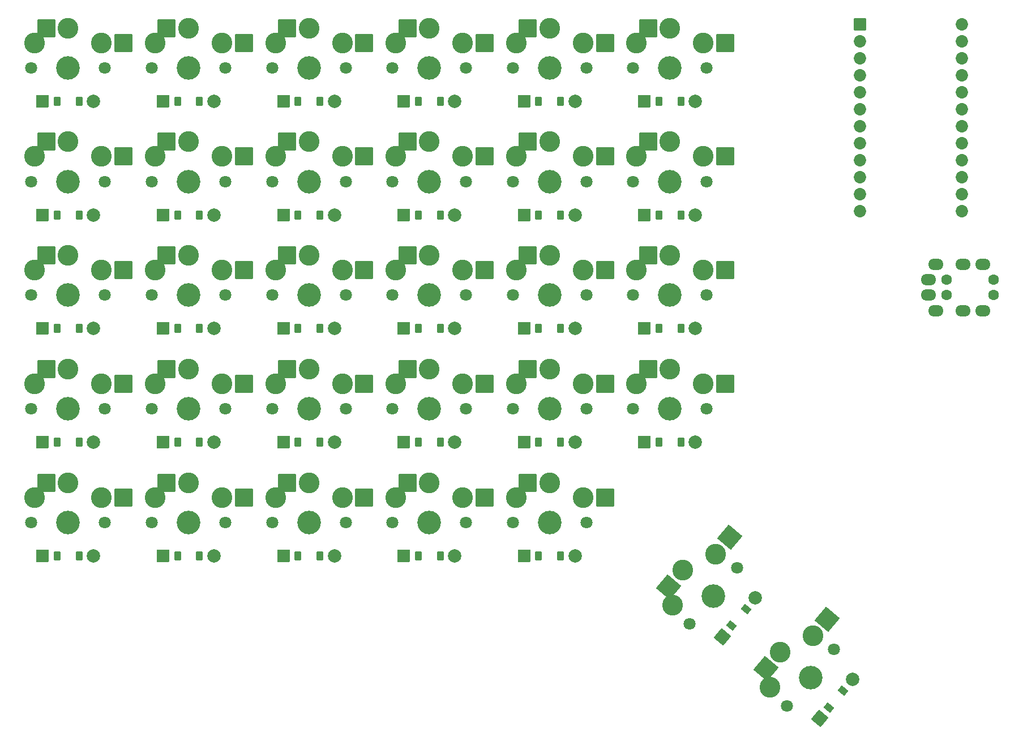
<source format=gbr>
%TF.GenerationSoftware,KiCad,Pcbnew,7.0.7-2.fc38*%
%TF.CreationDate,2023-08-26T22:07:58+08:00*%
%TF.ProjectId,split_keyboard_I,73706c69-745f-46b6-9579-626f6172645f,v1.0.0*%
%TF.SameCoordinates,Original*%
%TF.FileFunction,Soldermask,Bot*%
%TF.FilePolarity,Negative*%
%FSLAX46Y46*%
G04 Gerber Fmt 4.6, Leading zero omitted, Abs format (unit mm)*
G04 Created by KiCad (PCBNEW 7.0.7-2.fc38) date 2023-08-26 22:07:58*
%MOMM*%
%LPD*%
G01*
G04 APERTURE LIST*
G04 Aperture macros list*
%AMRoundRect*
0 Rectangle with rounded corners*
0 $1 Rounding radius*
0 $2 $3 $4 $5 $6 $7 $8 $9 X,Y pos of 4 corners*
0 Add a 4 corners polygon primitive as box body*
4,1,4,$2,$3,$4,$5,$6,$7,$8,$9,$2,$3,0*
0 Add four circle primitives for the rounded corners*
1,1,$1+$1,$2,$3*
1,1,$1+$1,$4,$5*
1,1,$1+$1,$6,$7*
1,1,$1+$1,$8,$9*
0 Add four rect primitives between the rounded corners*
20,1,$1+$1,$2,$3,$4,$5,0*
20,1,$1+$1,$4,$5,$6,$7,0*
20,1,$1+$1,$6,$7,$8,$9,0*
20,1,$1+$1,$8,$9,$2,$3,0*%
G04 Aperture macros list end*
%ADD10C,1.801800*%
%ADD11C,3.100000*%
%ADD12C,3.529000*%
%ADD13RoundRect,0.050000X-1.300000X-1.300000X1.300000X-1.300000X1.300000X1.300000X-1.300000X1.300000X0*%
%ADD14RoundRect,0.050000X-0.889000X-0.889000X0.889000X-0.889000X0.889000X0.889000X-0.889000X0.889000X0*%
%ADD15RoundRect,0.050000X-0.450000X-0.600000X0.450000X-0.600000X0.450000X0.600000X-0.450000X0.600000X0*%
%ADD16C,2.005000*%
%ADD17RoundRect,0.050000X0.160234X-1.831482X1.831482X0.160234X-0.160234X1.831482X-1.831482X-0.160234X0*%
%ADD18C,1.600000*%
%ADD19O,2.300000X1.700000*%
%ADD20RoundRect,0.050000X0.109575X-1.252452X1.252452X0.109575X-0.109575X1.252452X-1.252452X-0.109575X0*%
%ADD21RoundRect,0.050000X0.170372X-0.730393X0.748881X-0.040953X-0.170372X0.730393X-0.748881X0.040953X0*%
%ADD22RoundRect,0.050000X-0.876300X0.876300X-0.876300X-0.876300X0.876300X-0.876300X0.876300X0.876300X0*%
%ADD23C,1.852600*%
G04 APERTURE END LIST*
D10*
%TO.C,S12*%
X180500000Y-133000000D03*
D11*
X181000000Y-129250000D03*
X186000000Y-127050000D03*
X186000000Y-127050000D03*
D12*
X186000000Y-133000000D03*
D11*
X191000000Y-129250000D03*
D10*
X191500000Y-133000000D03*
D13*
X182725000Y-127050000D03*
X194275000Y-129250000D03*
%TD*%
D10*
%TO.C,S27*%
X234500000Y-116000000D03*
D11*
X235000000Y-112250000D03*
X240000000Y-110050000D03*
X240000000Y-110050000D03*
D12*
X240000000Y-116000000D03*
D11*
X245000000Y-112250000D03*
D10*
X245500000Y-116000000D03*
D13*
X236725000Y-110050000D03*
X248275000Y-112250000D03*
%TD*%
D10*
%TO.C,S15*%
X180500000Y-82000000D03*
D11*
X181000000Y-78250000D03*
X186000000Y-76050000D03*
X186000000Y-76050000D03*
D12*
X186000000Y-82000000D03*
D11*
X191000000Y-78250000D03*
D10*
X191500000Y-82000000D03*
D13*
X182725000Y-76050000D03*
X194275000Y-78250000D03*
%TD*%
D14*
%TO.C,D27*%
X236190000Y-121000000D03*
D15*
X238350000Y-121000000D03*
X241650000Y-121000000D03*
D16*
X243810000Y-121000000D03*
%TD*%
D14*
%TO.C,D2*%
X146190000Y-138000000D03*
D15*
X148350000Y-138000000D03*
X151650000Y-138000000D03*
D16*
X153810000Y-138000000D03*
%TD*%
D14*
%TO.C,D23*%
X218190000Y-121000000D03*
D15*
X220350000Y-121000000D03*
X223650000Y-121000000D03*
D16*
X225810000Y-121000000D03*
%TD*%
D14*
%TO.C,D28*%
X236190000Y-104000000D03*
D15*
X238350000Y-104000000D03*
X241650000Y-104000000D03*
D16*
X243810000Y-104000000D03*
%TD*%
D14*
%TO.C,D10*%
X164190000Y-87000000D03*
D15*
X166350000Y-87000000D03*
X169650000Y-87000000D03*
D16*
X171810000Y-87000000D03*
%TD*%
D10*
%TO.C,S18*%
X198500000Y-116000000D03*
D11*
X199000000Y-112250000D03*
X204000000Y-110050000D03*
X204000000Y-110050000D03*
D12*
X204000000Y-116000000D03*
D11*
X209000000Y-112250000D03*
D10*
X209500000Y-116000000D03*
D13*
X200725000Y-110050000D03*
X212275000Y-112250000D03*
%TD*%
D14*
%TO.C,D20*%
X200190000Y-87000000D03*
D15*
X202350000Y-87000000D03*
X205650000Y-87000000D03*
D16*
X207810000Y-87000000D03*
%TD*%
D10*
%TO.C,S6*%
X162500000Y-150000000D03*
D11*
X163000000Y-146250000D03*
X168000000Y-144050000D03*
X168000000Y-144050000D03*
D12*
X168000000Y-150000000D03*
D11*
X173000000Y-146250000D03*
D10*
X173500000Y-150000000D03*
D13*
X164725000Y-144050000D03*
X176275000Y-146250000D03*
%TD*%
D10*
%TO.C,S30*%
X242929841Y-165187714D03*
D11*
X240378568Y-162394239D03*
X241907209Y-157149884D03*
X241907209Y-157149884D03*
D12*
X246465173Y-160974470D03*
D11*
X246806444Y-154733794D03*
D10*
X250000505Y-156761226D03*
D17*
X239802079Y-159658679D03*
X248911574Y-152224999D03*
%TD*%
D10*
%TO.C,S31*%
X257484686Y-177400679D03*
D11*
X254933413Y-174607204D03*
X256462054Y-169362849D03*
X256462054Y-169362849D03*
D12*
X261020018Y-173187435D03*
D11*
X261361289Y-166946759D03*
D10*
X264555350Y-168974191D03*
D17*
X254356924Y-171871644D03*
X263466419Y-164437964D03*
%TD*%
D14*
%TO.C,D15*%
X182190000Y-87000000D03*
D15*
X184350000Y-87000000D03*
X187650000Y-87000000D03*
D16*
X189810000Y-87000000D03*
%TD*%
D14*
%TO.C,D24*%
X218190000Y-104000000D03*
D15*
X220350000Y-104000000D03*
X223650000Y-104000000D03*
D16*
X225810000Y-104000000D03*
%TD*%
D10*
%TO.C,S16*%
X198500000Y-150000000D03*
D11*
X199000000Y-146250000D03*
X204000000Y-144050000D03*
X204000000Y-144050000D03*
D12*
X204000000Y-150000000D03*
D11*
X209000000Y-146250000D03*
D10*
X209500000Y-150000000D03*
D13*
X200725000Y-144050000D03*
X212275000Y-146250000D03*
%TD*%
D14*
%TO.C,D6*%
X164190000Y-155000000D03*
D15*
X166350000Y-155000000D03*
X169650000Y-155000000D03*
D16*
X171810000Y-155000000D03*
%TD*%
D10*
%TO.C,S8*%
X162500000Y-116000000D03*
D11*
X163000000Y-112250000D03*
X168000000Y-110050000D03*
X168000000Y-110050000D03*
D12*
X168000000Y-116000000D03*
D11*
X173000000Y-112250000D03*
D10*
X173500000Y-116000000D03*
D13*
X164725000Y-110050000D03*
X176275000Y-112250000D03*
%TD*%
D18*
%TO.C,TRRS1*%
X288400000Y-113700000D03*
X281400000Y-113700000D03*
X288400000Y-116000000D03*
X281400000Y-116000000D03*
D19*
X278700000Y-113700000D03*
X278700000Y-116000000D03*
X279800000Y-111400000D03*
X279800000Y-118300000D03*
X283800000Y-111400000D03*
X283800000Y-118300000D03*
X286800000Y-111400000D03*
X286800000Y-118300000D03*
%TD*%
D10*
%TO.C,S5*%
X144500000Y-82000000D03*
D11*
X145000000Y-78250000D03*
X150000000Y-76050000D03*
X150000000Y-76050000D03*
D12*
X150000000Y-82000000D03*
D11*
X155000000Y-78250000D03*
D10*
X155500000Y-82000000D03*
D13*
X146725000Y-76050000D03*
X158275000Y-78250000D03*
%TD*%
D10*
%TO.C,S20*%
X198500000Y-82000000D03*
D11*
X199000000Y-78250000D03*
X204000000Y-76050000D03*
X204000000Y-76050000D03*
D12*
X204000000Y-82000000D03*
D11*
X209000000Y-78250000D03*
D10*
X209500000Y-82000000D03*
D13*
X200725000Y-76050000D03*
X212275000Y-78250000D03*
%TD*%
D10*
%TO.C,S25*%
X216500000Y-82000000D03*
D11*
X217000000Y-78250000D03*
X222000000Y-76050000D03*
X222000000Y-76050000D03*
D12*
X222000000Y-82000000D03*
D11*
X227000000Y-78250000D03*
D10*
X227500000Y-82000000D03*
D13*
X218725000Y-76050000D03*
X230275000Y-78250000D03*
%TD*%
D10*
%TO.C,S14*%
X180500000Y-99000000D03*
D11*
X181000000Y-95250000D03*
X186000000Y-93050000D03*
X186000000Y-93050000D03*
D12*
X186000000Y-99000000D03*
D11*
X191000000Y-95250000D03*
D10*
X191500000Y-99000000D03*
D13*
X182725000Y-93050000D03*
X194275000Y-95250000D03*
%TD*%
D10*
%TO.C,S21*%
X216500000Y-150000000D03*
D11*
X217000000Y-146250000D03*
X222000000Y-144050000D03*
X222000000Y-144050000D03*
D12*
X222000000Y-150000000D03*
D11*
X227000000Y-146250000D03*
D10*
X227500000Y-150000000D03*
D13*
X218725000Y-144050000D03*
X230275000Y-146250000D03*
%TD*%
D10*
%TO.C,S29*%
X234500000Y-82000000D03*
D11*
X235000000Y-78250000D03*
X240000000Y-76050000D03*
X240000000Y-76050000D03*
D12*
X240000000Y-82000000D03*
D11*
X245000000Y-78250000D03*
D10*
X245500000Y-82000000D03*
D13*
X236725000Y-76050000D03*
X248275000Y-78250000D03*
%TD*%
D14*
%TO.C,D7*%
X164190000Y-138000000D03*
D15*
X166350000Y-138000000D03*
X169650000Y-138000000D03*
D16*
X171810000Y-138000000D03*
%TD*%
D10*
%TO.C,S7*%
X162500000Y-133000000D03*
D11*
X163000000Y-129250000D03*
X168000000Y-127050000D03*
X168000000Y-127050000D03*
D12*
X168000000Y-133000000D03*
D11*
X173000000Y-129250000D03*
D10*
X173500000Y-133000000D03*
D13*
X164725000Y-127050000D03*
X176275000Y-129250000D03*
%TD*%
D14*
%TO.C,D11*%
X182190000Y-155000000D03*
D15*
X184350000Y-155000000D03*
X187650000Y-155000000D03*
D16*
X189810000Y-155000000D03*
%TD*%
D14*
%TO.C,D1*%
X146190000Y-155000000D03*
D15*
X148350000Y-155000000D03*
X151650000Y-155000000D03*
D16*
X153810000Y-155000000D03*
%TD*%
D10*
%TO.C,S4*%
X144500000Y-99000000D03*
D11*
X145000000Y-95250000D03*
X150000000Y-93050000D03*
X150000000Y-93050000D03*
D12*
X150000000Y-99000000D03*
D11*
X155000000Y-95250000D03*
D10*
X155500000Y-99000000D03*
D13*
X146725000Y-93050000D03*
X158275000Y-95250000D03*
%TD*%
D14*
%TO.C,D25*%
X218190000Y-87000000D03*
D15*
X220350000Y-87000000D03*
X223650000Y-87000000D03*
D16*
X225810000Y-87000000D03*
%TD*%
D20*
%TO.C,D30*%
X247846374Y-167107037D03*
D21*
X249234795Y-165452381D03*
X251355995Y-162924435D03*
D16*
X252744416Y-161269779D03*
%TD*%
D10*
%TO.C,S26*%
X234500000Y-133000000D03*
D11*
X235000000Y-129250000D03*
X240000000Y-127050000D03*
X240000000Y-127050000D03*
D12*
X240000000Y-133000000D03*
D11*
X245000000Y-129250000D03*
D10*
X245500000Y-133000000D03*
D13*
X236725000Y-127050000D03*
X248275000Y-129250000D03*
%TD*%
D14*
%TO.C,D8*%
X164190000Y-121000000D03*
D15*
X166350000Y-121000000D03*
X169650000Y-121000000D03*
D16*
X171810000Y-121000000D03*
%TD*%
D10*
%TO.C,S3*%
X144500000Y-116000000D03*
D11*
X145000000Y-112250000D03*
X150000000Y-110050000D03*
X150000000Y-110050000D03*
D12*
X150000000Y-116000000D03*
D11*
X155000000Y-112250000D03*
D10*
X155500000Y-116000000D03*
D13*
X146725000Y-110050000D03*
X158275000Y-112250000D03*
%TD*%
D10*
%TO.C,S2*%
X144500000Y-133000000D03*
D11*
X145000000Y-129250000D03*
X150000000Y-127050000D03*
X150000000Y-127050000D03*
D12*
X150000000Y-133000000D03*
D11*
X155000000Y-129250000D03*
D10*
X155500000Y-133000000D03*
D13*
X146725000Y-127050000D03*
X158275000Y-129250000D03*
%TD*%
D10*
%TO.C,S23*%
X216500000Y-116000000D03*
D11*
X217000000Y-112250000D03*
X222000000Y-110050000D03*
X222000000Y-110050000D03*
D12*
X222000000Y-116000000D03*
D11*
X227000000Y-112250000D03*
D10*
X227500000Y-116000000D03*
D13*
X218725000Y-110050000D03*
X230275000Y-112250000D03*
%TD*%
D14*
%TO.C,D3*%
X146190000Y-121000000D03*
D15*
X148350000Y-121000000D03*
X151650000Y-121000000D03*
D16*
X153810000Y-121000000D03*
%TD*%
D20*
%TO.C,D31*%
X262401219Y-179320002D03*
D21*
X263789640Y-177665346D03*
X265910840Y-175137400D03*
D16*
X267299261Y-173482744D03*
%TD*%
D14*
%TO.C,D16*%
X200190000Y-155000000D03*
D15*
X202350000Y-155000000D03*
X205650000Y-155000000D03*
D16*
X207810000Y-155000000D03*
%TD*%
D14*
%TO.C,D14*%
X182190000Y-104000000D03*
D15*
X184350000Y-104000000D03*
X187650000Y-104000000D03*
D16*
X189810000Y-104000000D03*
%TD*%
D10*
%TO.C,S1*%
X144500000Y-150000000D03*
D11*
X145000000Y-146250000D03*
X150000000Y-144050000D03*
X150000000Y-144050000D03*
D12*
X150000000Y-150000000D03*
D11*
X155000000Y-146250000D03*
D10*
X155500000Y-150000000D03*
D13*
X146725000Y-144050000D03*
X158275000Y-146250000D03*
%TD*%
D10*
%TO.C,S13*%
X180500000Y-116000000D03*
D11*
X181000000Y-112250000D03*
X186000000Y-110050000D03*
X186000000Y-110050000D03*
D12*
X186000000Y-116000000D03*
D11*
X191000000Y-112250000D03*
D10*
X191500000Y-116000000D03*
D13*
X182725000Y-110050000D03*
X194275000Y-112250000D03*
%TD*%
D10*
%TO.C,S11*%
X180500000Y-150000000D03*
D11*
X181000000Y-146250000D03*
X186000000Y-144050000D03*
X186000000Y-144050000D03*
D12*
X186000000Y-150000000D03*
D11*
X191000000Y-146250000D03*
D10*
X191500000Y-150000000D03*
D13*
X182725000Y-144050000D03*
X194275000Y-146250000D03*
%TD*%
D10*
%TO.C,S9*%
X162500000Y-99000000D03*
D11*
X163000000Y-95250000D03*
X168000000Y-93050000D03*
X168000000Y-93050000D03*
D12*
X168000000Y-99000000D03*
D11*
X173000000Y-95250000D03*
D10*
X173500000Y-99000000D03*
D13*
X164725000Y-93050000D03*
X176275000Y-95250000D03*
%TD*%
D14*
%TO.C,D29*%
X236190000Y-87000000D03*
D15*
X238350000Y-87000000D03*
X241650000Y-87000000D03*
D16*
X243810000Y-87000000D03*
%TD*%
D14*
%TO.C,D4*%
X146190000Y-104000000D03*
D15*
X148350000Y-104000000D03*
X151650000Y-104000000D03*
D16*
X153810000Y-104000000D03*
%TD*%
D14*
%TO.C,D5*%
X146190000Y-87000000D03*
D15*
X148350000Y-87000000D03*
X151650000Y-87000000D03*
D16*
X153810000Y-87000000D03*
%TD*%
D22*
%TO.C,MCU1*%
X268380000Y-75530000D03*
D23*
X268380000Y-78070000D03*
X268380000Y-80610000D03*
X268380000Y-83150000D03*
X268380000Y-85690000D03*
X268380000Y-88230000D03*
X268380000Y-90770000D03*
X268380000Y-93310000D03*
X268380000Y-95850000D03*
X268380000Y-98390000D03*
X268380000Y-100930000D03*
X268380000Y-103470000D03*
X283620000Y-75530000D03*
X283620000Y-78070000D03*
X283620000Y-80610000D03*
X283620000Y-83150000D03*
X283620000Y-85690000D03*
X283620000Y-88230000D03*
X283620000Y-90770000D03*
X283620000Y-93310000D03*
X283620000Y-95850000D03*
X283620000Y-98390000D03*
X283620000Y-100930000D03*
X283620000Y-103470000D03*
%TD*%
D10*
%TO.C,S10*%
X162500000Y-82000000D03*
D11*
X163000000Y-78250000D03*
X168000000Y-76050000D03*
X168000000Y-76050000D03*
D12*
X168000000Y-82000000D03*
D11*
X173000000Y-78250000D03*
D10*
X173500000Y-82000000D03*
D13*
X164725000Y-76050000D03*
X176275000Y-78250000D03*
%TD*%
D10*
%TO.C,S19*%
X198500000Y-99000000D03*
D11*
X199000000Y-95250000D03*
X204000000Y-93050000D03*
X204000000Y-93050000D03*
D12*
X204000000Y-99000000D03*
D11*
X209000000Y-95250000D03*
D10*
X209500000Y-99000000D03*
D13*
X200725000Y-93050000D03*
X212275000Y-95250000D03*
%TD*%
D10*
%TO.C,S22*%
X216500000Y-133000000D03*
D11*
X217000000Y-129250000D03*
X222000000Y-127050000D03*
X222000000Y-127050000D03*
D12*
X222000000Y-133000000D03*
D11*
X227000000Y-129250000D03*
D10*
X227500000Y-133000000D03*
D13*
X218725000Y-127050000D03*
X230275000Y-129250000D03*
%TD*%
D14*
%TO.C,D9*%
X164190000Y-104000000D03*
D15*
X166350000Y-104000000D03*
X169650000Y-104000000D03*
D16*
X171810000Y-104000000D03*
%TD*%
D10*
%TO.C,S17*%
X198500000Y-133000000D03*
D11*
X199000000Y-129250000D03*
X204000000Y-127050000D03*
X204000000Y-127050000D03*
D12*
X204000000Y-133000000D03*
D11*
X209000000Y-129250000D03*
D10*
X209500000Y-133000000D03*
D13*
X200725000Y-127050000D03*
X212275000Y-129250000D03*
%TD*%
D14*
%TO.C,D19*%
X200190000Y-104000000D03*
D15*
X202350000Y-104000000D03*
X205650000Y-104000000D03*
D16*
X207810000Y-104000000D03*
%TD*%
D14*
%TO.C,D17*%
X200190000Y-138000000D03*
D15*
X202350000Y-138000000D03*
X205650000Y-138000000D03*
D16*
X207810000Y-138000000D03*
%TD*%
D14*
%TO.C,D21*%
X218190000Y-155000000D03*
D15*
X220350000Y-155000000D03*
X223650000Y-155000000D03*
D16*
X225810000Y-155000000D03*
%TD*%
D10*
%TO.C,S28*%
X234500000Y-99000000D03*
D11*
X235000000Y-95250000D03*
X240000000Y-93050000D03*
X240000000Y-93050000D03*
D12*
X240000000Y-99000000D03*
D11*
X245000000Y-95250000D03*
D10*
X245500000Y-99000000D03*
D13*
X236725000Y-93050000D03*
X248275000Y-95250000D03*
%TD*%
D14*
%TO.C,D22*%
X218190000Y-138000000D03*
D15*
X220350000Y-138000000D03*
X223650000Y-138000000D03*
D16*
X225810000Y-138000000D03*
%TD*%
D10*
%TO.C,S24*%
X216500000Y-99000000D03*
D11*
X217000000Y-95250000D03*
X222000000Y-93050000D03*
X222000000Y-93050000D03*
D12*
X222000000Y-99000000D03*
D11*
X227000000Y-95250000D03*
D10*
X227500000Y-99000000D03*
D13*
X218725000Y-93050000D03*
X230275000Y-95250000D03*
%TD*%
D14*
%TO.C,D13*%
X182190000Y-121000000D03*
D15*
X184350000Y-121000000D03*
X187650000Y-121000000D03*
D16*
X189810000Y-121000000D03*
%TD*%
D14*
%TO.C,D26*%
X236190000Y-138000000D03*
D15*
X238350000Y-138000000D03*
X241650000Y-138000000D03*
D16*
X243810000Y-138000000D03*
%TD*%
D14*
%TO.C,D12*%
X182190000Y-138000000D03*
D15*
X184350000Y-138000000D03*
X187650000Y-138000000D03*
D16*
X189810000Y-138000000D03*
%TD*%
D14*
%TO.C,D18*%
X200190000Y-121000000D03*
D15*
X202350000Y-121000000D03*
X205650000Y-121000000D03*
D16*
X207810000Y-121000000D03*
%TD*%
M02*

</source>
